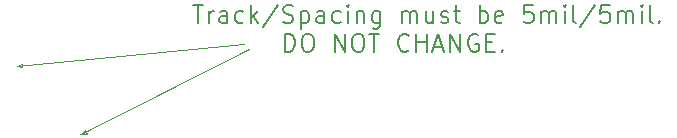
<source format=gbr>
G04 #@! TF.GenerationSoftware,KiCad,Pcbnew,6.0.11-2627ca5db0~126~ubuntu22.04.1*
G04 #@! TF.CreationDate,2025-05-27T11:10:10+02:00*
G04 #@! TF.ProjectId,qPocketPCR_Main,71506f63-6b65-4745-9043-525f4d61696e,rev?*
G04 #@! TF.SameCoordinates,Original*
G04 #@! TF.FileFunction,Other,ECO2*
%FSLAX46Y46*%
G04 Gerber Fmt 4.6, Leading zero omitted, Abs format (unit mm)*
G04 Created by KiCad (PCBNEW 6.0.11-2627ca5db0~126~ubuntu22.04.1) date 2025-05-27 11:10:10*
%MOMM*%
%LPD*%
G01*
G04 APERTURE LIST*
%ADD10C,0.100000*%
%ADD11C,0.200000*%
G04 APERTURE END LIST*
D10*
X129221984Y-84918233D02*
X128741984Y-84808233D01*
X148431984Y-83398233D02*
X134211984Y-90538233D01*
X129161984Y-84628233D02*
X129221984Y-84918233D01*
X134521984Y-90248233D02*
X134701984Y-90538233D01*
X128771984Y-84788233D02*
X129161984Y-84628233D01*
X134701984Y-90538233D02*
X134131984Y-90568233D01*
X134211984Y-90538233D02*
X134521984Y-90248233D01*
X147961984Y-82918233D02*
X128771984Y-84788233D01*
D11*
X143654841Y-79667304D02*
X144511984Y-79667304D01*
X144083412Y-81167304D02*
X144083412Y-79667304D01*
X145011984Y-81167304D02*
X145011984Y-80167304D01*
X145011984Y-80453018D02*
X145083412Y-80310161D01*
X145154841Y-80238733D01*
X145297698Y-80167304D01*
X145440555Y-80167304D01*
X146583412Y-81167304D02*
X146583412Y-80381590D01*
X146511984Y-80238733D01*
X146369126Y-80167304D01*
X146083412Y-80167304D01*
X145940555Y-80238733D01*
X146583412Y-81095875D02*
X146440555Y-81167304D01*
X146083412Y-81167304D01*
X145940555Y-81095875D01*
X145869126Y-80953018D01*
X145869126Y-80810161D01*
X145940555Y-80667304D01*
X146083412Y-80595875D01*
X146440555Y-80595875D01*
X146583412Y-80524447D01*
X147940555Y-81095875D02*
X147797698Y-81167304D01*
X147511984Y-81167304D01*
X147369126Y-81095875D01*
X147297698Y-81024447D01*
X147226269Y-80881590D01*
X147226269Y-80453018D01*
X147297698Y-80310161D01*
X147369126Y-80238733D01*
X147511984Y-80167304D01*
X147797698Y-80167304D01*
X147940555Y-80238733D01*
X148583412Y-81167304D02*
X148583412Y-79667304D01*
X148726269Y-80595875D02*
X149154841Y-81167304D01*
X149154841Y-80167304D02*
X148583412Y-80738733D01*
X150869126Y-79595875D02*
X149583412Y-81524447D01*
X151297698Y-81095875D02*
X151511984Y-81167304D01*
X151869126Y-81167304D01*
X152011984Y-81095875D01*
X152083412Y-81024447D01*
X152154841Y-80881590D01*
X152154841Y-80738733D01*
X152083412Y-80595875D01*
X152011984Y-80524447D01*
X151869126Y-80453018D01*
X151583412Y-80381590D01*
X151440555Y-80310161D01*
X151369126Y-80238733D01*
X151297698Y-80095875D01*
X151297698Y-79953018D01*
X151369126Y-79810161D01*
X151440555Y-79738733D01*
X151583412Y-79667304D01*
X151940555Y-79667304D01*
X152154841Y-79738733D01*
X152797698Y-80167304D02*
X152797698Y-81667304D01*
X152797698Y-80238733D02*
X152940555Y-80167304D01*
X153226269Y-80167304D01*
X153369126Y-80238733D01*
X153440555Y-80310161D01*
X153511984Y-80453018D01*
X153511984Y-80881590D01*
X153440555Y-81024447D01*
X153369126Y-81095875D01*
X153226269Y-81167304D01*
X152940555Y-81167304D01*
X152797698Y-81095875D01*
X154797698Y-81167304D02*
X154797698Y-80381590D01*
X154726269Y-80238733D01*
X154583412Y-80167304D01*
X154297698Y-80167304D01*
X154154841Y-80238733D01*
X154797698Y-81095875D02*
X154654841Y-81167304D01*
X154297698Y-81167304D01*
X154154841Y-81095875D01*
X154083412Y-80953018D01*
X154083412Y-80810161D01*
X154154841Y-80667304D01*
X154297698Y-80595875D01*
X154654841Y-80595875D01*
X154797698Y-80524447D01*
X156154841Y-81095875D02*
X156011984Y-81167304D01*
X155726269Y-81167304D01*
X155583412Y-81095875D01*
X155511984Y-81024447D01*
X155440555Y-80881590D01*
X155440555Y-80453018D01*
X155511984Y-80310161D01*
X155583412Y-80238733D01*
X155726269Y-80167304D01*
X156011984Y-80167304D01*
X156154841Y-80238733D01*
X156797698Y-81167304D02*
X156797698Y-80167304D01*
X156797698Y-79667304D02*
X156726269Y-79738733D01*
X156797698Y-79810161D01*
X156869126Y-79738733D01*
X156797698Y-79667304D01*
X156797698Y-79810161D01*
X157511984Y-80167304D02*
X157511984Y-81167304D01*
X157511984Y-80310161D02*
X157583412Y-80238733D01*
X157726269Y-80167304D01*
X157940555Y-80167304D01*
X158083412Y-80238733D01*
X158154841Y-80381590D01*
X158154841Y-81167304D01*
X159511984Y-80167304D02*
X159511984Y-81381590D01*
X159440555Y-81524447D01*
X159369126Y-81595875D01*
X159226269Y-81667304D01*
X159011984Y-81667304D01*
X158869126Y-81595875D01*
X159511984Y-81095875D02*
X159369126Y-81167304D01*
X159083412Y-81167304D01*
X158940555Y-81095875D01*
X158869126Y-81024447D01*
X158797698Y-80881590D01*
X158797698Y-80453018D01*
X158869126Y-80310161D01*
X158940555Y-80238733D01*
X159083412Y-80167304D01*
X159369126Y-80167304D01*
X159511984Y-80238733D01*
X161369126Y-81167304D02*
X161369126Y-80167304D01*
X161369126Y-80310161D02*
X161440555Y-80238733D01*
X161583412Y-80167304D01*
X161797698Y-80167304D01*
X161940555Y-80238733D01*
X162011984Y-80381590D01*
X162011984Y-81167304D01*
X162011984Y-80381590D02*
X162083412Y-80238733D01*
X162226269Y-80167304D01*
X162440555Y-80167304D01*
X162583412Y-80238733D01*
X162654841Y-80381590D01*
X162654841Y-81167304D01*
X164011984Y-80167304D02*
X164011984Y-81167304D01*
X163369126Y-80167304D02*
X163369126Y-80953018D01*
X163440555Y-81095875D01*
X163583412Y-81167304D01*
X163797698Y-81167304D01*
X163940555Y-81095875D01*
X164011984Y-81024447D01*
X164654841Y-81095875D02*
X164797698Y-81167304D01*
X165083412Y-81167304D01*
X165226269Y-81095875D01*
X165297698Y-80953018D01*
X165297698Y-80881590D01*
X165226269Y-80738733D01*
X165083412Y-80667304D01*
X164869126Y-80667304D01*
X164726269Y-80595875D01*
X164654841Y-80453018D01*
X164654841Y-80381590D01*
X164726269Y-80238733D01*
X164869126Y-80167304D01*
X165083412Y-80167304D01*
X165226269Y-80238733D01*
X165726269Y-80167304D02*
X166297698Y-80167304D01*
X165940555Y-79667304D02*
X165940555Y-80953018D01*
X166011984Y-81095875D01*
X166154841Y-81167304D01*
X166297698Y-81167304D01*
X167940555Y-81167304D02*
X167940555Y-79667304D01*
X167940555Y-80238733D02*
X168083412Y-80167304D01*
X168369126Y-80167304D01*
X168511984Y-80238733D01*
X168583412Y-80310161D01*
X168654841Y-80453018D01*
X168654841Y-80881590D01*
X168583412Y-81024447D01*
X168511984Y-81095875D01*
X168369126Y-81167304D01*
X168083412Y-81167304D01*
X167940555Y-81095875D01*
X169869126Y-81095875D02*
X169726269Y-81167304D01*
X169440555Y-81167304D01*
X169297698Y-81095875D01*
X169226269Y-80953018D01*
X169226269Y-80381590D01*
X169297698Y-80238733D01*
X169440555Y-80167304D01*
X169726269Y-80167304D01*
X169869126Y-80238733D01*
X169940555Y-80381590D01*
X169940555Y-80524447D01*
X169226269Y-80667304D01*
X172440555Y-79667304D02*
X171726269Y-79667304D01*
X171654841Y-80381590D01*
X171726269Y-80310161D01*
X171869126Y-80238733D01*
X172226269Y-80238733D01*
X172369126Y-80310161D01*
X172440555Y-80381590D01*
X172511984Y-80524447D01*
X172511984Y-80881590D01*
X172440555Y-81024447D01*
X172369126Y-81095875D01*
X172226269Y-81167304D01*
X171869126Y-81167304D01*
X171726269Y-81095875D01*
X171654841Y-81024447D01*
X173154841Y-81167304D02*
X173154841Y-80167304D01*
X173154841Y-80310161D02*
X173226269Y-80238733D01*
X173369126Y-80167304D01*
X173583412Y-80167304D01*
X173726269Y-80238733D01*
X173797698Y-80381590D01*
X173797698Y-81167304D01*
X173797698Y-80381590D02*
X173869126Y-80238733D01*
X174011984Y-80167304D01*
X174226269Y-80167304D01*
X174369126Y-80238733D01*
X174440555Y-80381590D01*
X174440555Y-81167304D01*
X175154841Y-81167304D02*
X175154841Y-80167304D01*
X175154841Y-79667304D02*
X175083412Y-79738733D01*
X175154841Y-79810161D01*
X175226269Y-79738733D01*
X175154841Y-79667304D01*
X175154841Y-79810161D01*
X176083412Y-81167304D02*
X175940555Y-81095875D01*
X175869126Y-80953018D01*
X175869126Y-79667304D01*
X177726269Y-79595875D02*
X176440555Y-81524447D01*
X178940555Y-79667304D02*
X178226269Y-79667304D01*
X178154841Y-80381590D01*
X178226269Y-80310161D01*
X178369126Y-80238733D01*
X178726269Y-80238733D01*
X178869126Y-80310161D01*
X178940555Y-80381590D01*
X179011984Y-80524447D01*
X179011984Y-80881590D01*
X178940555Y-81024447D01*
X178869126Y-81095875D01*
X178726269Y-81167304D01*
X178369126Y-81167304D01*
X178226269Y-81095875D01*
X178154841Y-81024447D01*
X179654841Y-81167304D02*
X179654841Y-80167304D01*
X179654841Y-80310161D02*
X179726269Y-80238733D01*
X179869126Y-80167304D01*
X180083412Y-80167304D01*
X180226269Y-80238733D01*
X180297698Y-80381590D01*
X180297698Y-81167304D01*
X180297698Y-80381590D02*
X180369126Y-80238733D01*
X180511984Y-80167304D01*
X180726269Y-80167304D01*
X180869126Y-80238733D01*
X180940555Y-80381590D01*
X180940555Y-81167304D01*
X181654841Y-81167304D02*
X181654841Y-80167304D01*
X181654841Y-79667304D02*
X181583412Y-79738733D01*
X181654841Y-79810161D01*
X181726269Y-79738733D01*
X181654841Y-79667304D01*
X181654841Y-79810161D01*
X182583412Y-81167304D02*
X182440555Y-81095875D01*
X182369126Y-80953018D01*
X182369126Y-79667304D01*
X183154841Y-81024447D02*
X183226269Y-81095875D01*
X183154841Y-81167304D01*
X183083412Y-81095875D01*
X183154841Y-81024447D01*
X183154841Y-81167304D01*
X151440555Y-83582304D02*
X151440555Y-82082304D01*
X151797698Y-82082304D01*
X152011984Y-82153733D01*
X152154841Y-82296590D01*
X152226269Y-82439447D01*
X152297698Y-82725161D01*
X152297698Y-82939447D01*
X152226269Y-83225161D01*
X152154841Y-83368018D01*
X152011984Y-83510875D01*
X151797698Y-83582304D01*
X151440555Y-83582304D01*
X153226269Y-82082304D02*
X153511984Y-82082304D01*
X153654841Y-82153733D01*
X153797698Y-82296590D01*
X153869126Y-82582304D01*
X153869126Y-83082304D01*
X153797698Y-83368018D01*
X153654841Y-83510875D01*
X153511984Y-83582304D01*
X153226269Y-83582304D01*
X153083412Y-83510875D01*
X152940555Y-83368018D01*
X152869126Y-83082304D01*
X152869126Y-82582304D01*
X152940555Y-82296590D01*
X153083412Y-82153733D01*
X153226269Y-82082304D01*
X155654841Y-83582304D02*
X155654841Y-82082304D01*
X156511984Y-83582304D01*
X156511984Y-82082304D01*
X157511984Y-82082304D02*
X157797698Y-82082304D01*
X157940555Y-82153733D01*
X158083412Y-82296590D01*
X158154841Y-82582304D01*
X158154841Y-83082304D01*
X158083412Y-83368018D01*
X157940555Y-83510875D01*
X157797698Y-83582304D01*
X157511984Y-83582304D01*
X157369126Y-83510875D01*
X157226269Y-83368018D01*
X157154841Y-83082304D01*
X157154841Y-82582304D01*
X157226269Y-82296590D01*
X157369126Y-82153733D01*
X157511984Y-82082304D01*
X158583412Y-82082304D02*
X159440555Y-82082304D01*
X159011984Y-83582304D02*
X159011984Y-82082304D01*
X161940555Y-83439447D02*
X161869126Y-83510875D01*
X161654841Y-83582304D01*
X161511984Y-83582304D01*
X161297698Y-83510875D01*
X161154841Y-83368018D01*
X161083412Y-83225161D01*
X161011984Y-82939447D01*
X161011984Y-82725161D01*
X161083412Y-82439447D01*
X161154841Y-82296590D01*
X161297698Y-82153733D01*
X161511984Y-82082304D01*
X161654841Y-82082304D01*
X161869126Y-82153733D01*
X161940555Y-82225161D01*
X162583412Y-83582304D02*
X162583412Y-82082304D01*
X162583412Y-82796590D02*
X163440555Y-82796590D01*
X163440555Y-83582304D02*
X163440555Y-82082304D01*
X164083412Y-83153733D02*
X164797698Y-83153733D01*
X163940555Y-83582304D02*
X164440555Y-82082304D01*
X164940555Y-83582304D01*
X165440555Y-83582304D02*
X165440555Y-82082304D01*
X166297698Y-83582304D01*
X166297698Y-82082304D01*
X167797698Y-82153733D02*
X167654841Y-82082304D01*
X167440555Y-82082304D01*
X167226269Y-82153733D01*
X167083412Y-82296590D01*
X167011984Y-82439447D01*
X166940555Y-82725161D01*
X166940555Y-82939447D01*
X167011984Y-83225161D01*
X167083412Y-83368018D01*
X167226269Y-83510875D01*
X167440555Y-83582304D01*
X167583412Y-83582304D01*
X167797698Y-83510875D01*
X167869126Y-83439447D01*
X167869126Y-82939447D01*
X167583412Y-82939447D01*
X168511984Y-82796590D02*
X169011984Y-82796590D01*
X169226269Y-83582304D02*
X168511984Y-83582304D01*
X168511984Y-82082304D01*
X169226269Y-82082304D01*
X169869126Y-83439447D02*
X169940555Y-83510875D01*
X169869126Y-83582304D01*
X169797698Y-83510875D01*
X169869126Y-83439447D01*
X169869126Y-83582304D01*
M02*

</source>
